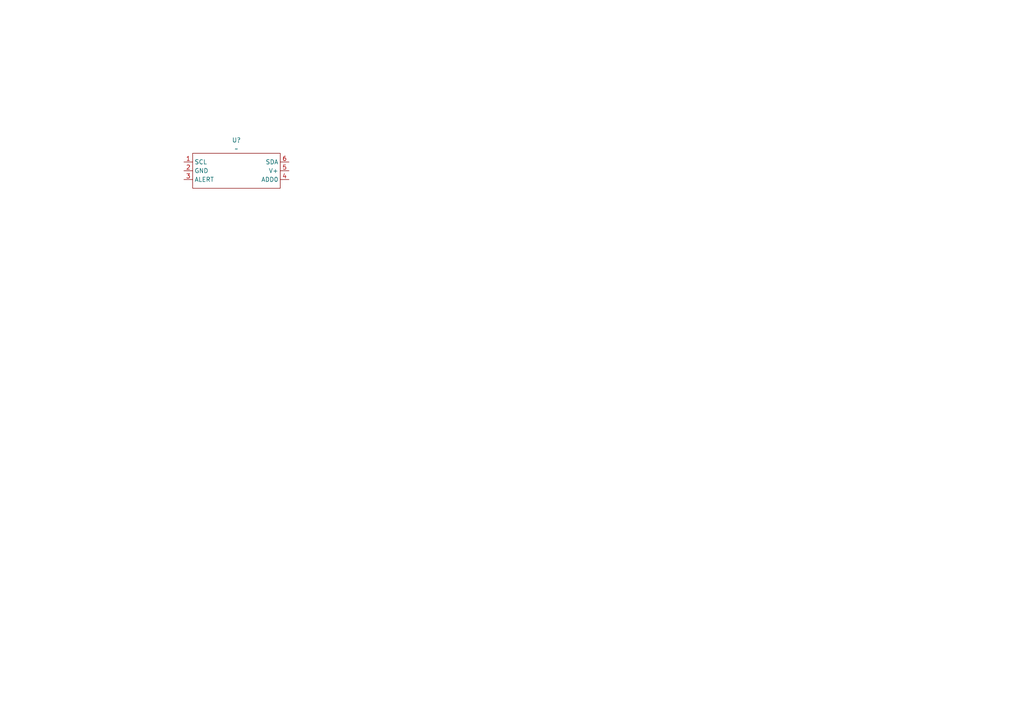
<source format=kicad_sch>
(kicad_sch (version 20250114) (generator "eeschema") (generator_version "9.0")
  (paper "A4")
  (lib_symbols
    (symbol "Custom_Parts:TMP102AIDRLR"
      (property "Reference" "U" (at -10.16 6.35 0))
      (symbol "TMP102AIDRLR_1_0"
        (rectangle (start -12.7 5.08) (end 12.7 -5.08))
        (pin unspecified line (at -15.24 2.54 0) (length 2.54) (name "SCL") (number "1"))
        (pin unspecified line (at -15.24 0 0) (length 2.54) (name "GND") (number "2"))
        (pin unspecified line (at -15.24 -2.54 0) (length 2.54) (name "ALERT") (number "3"))
        (pin unspecified line (at 15.24 2.54 180) (length 2.54) (name "SDA") (number "6"))
        (pin unspecified line (at 15.24 0 180) (length 2.54) (name "V+") (number "5"))
        (pin unspecified line (at 15.24 -2.54 180) (length 2.54) (name "ADD0") (number "4"))
      )
    )
  )
  (symbol (lib_id "Custom_Parts:TMP102AIDRLR") (at 68.58 49.53 0) (unit 1)
    (property "Reference" "U?" (at 68.58 40.64 0))
    (property "Value" "~" (at 68.58 43.18 0))
    (property "Footprint" "Custom_Parts:TMP102AIDRLR" (effects (hide yes)))
    (property "Datasheet" "https://www.ti.com/cn/lit/gpn/tmp102" (effects (hide yes)))
    (property "Description" "Temperature Range:-40°C~+125°C Temperature Range:-40°C~+125°C Tolerance:±0.5°C Tolerance:±0.5°C Voltage - Supply:1.4V~3.6V Voltage - Supply:1.4V~3.6V Standby Current:1uA Interface:I2C" (effects (hide yes)))
    (property "Manufacturer Part" "TMP102AIDRLR" (effects (hide yes)))
    (property "Manufacturer" "TI(德州仪器)" (effects (hide yes)))
    (property "Supplier Part" "C99269" (effects (hide yes)))
    (property "Supplier" "LCSC" (effects (hide yes)))
    (property "LCSC Part Name" "TMP102AIDRLR" (effects (hide yes)))
    (property "LCSC" "C99269" (effects (hide yes)))
  )
)
</source>
